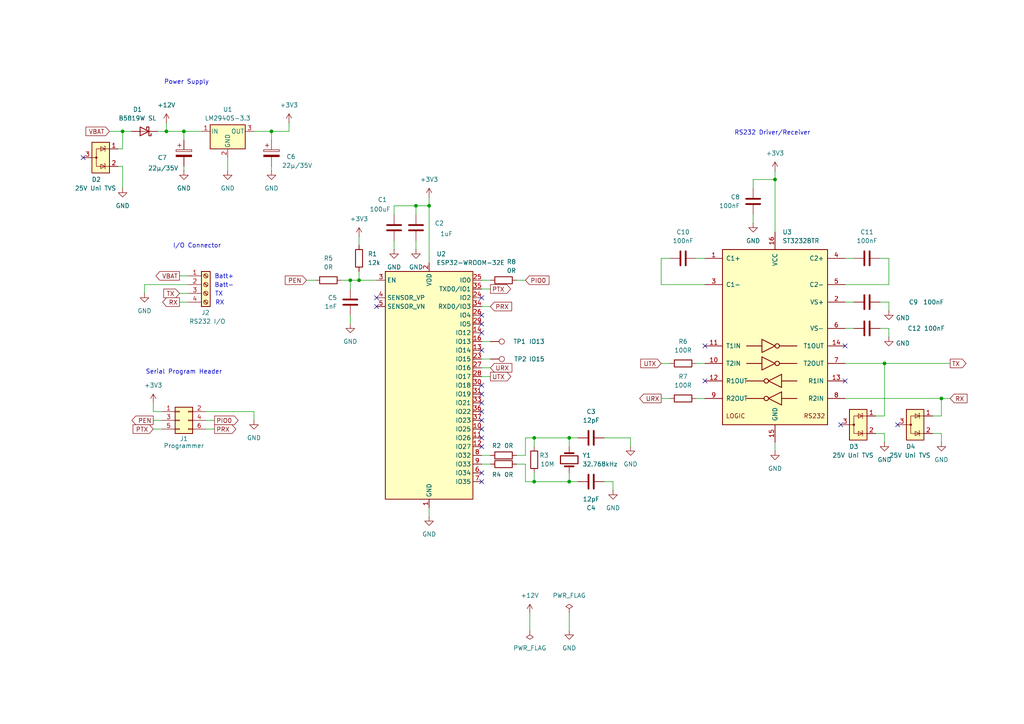
<source format=kicad_sch>
(kicad_sch (version 20250114) (generator "eeschema") (generator_version "9.0")
  (paper "A4")
  (title_block (title "BLEUART") (date "2025-08-22") (rev "v1.0") (company "6-v") (comment 1 "For Hyspec Hydraulics P/L"))
  (lib_symbols
    (symbol "Connector:Screw_Terminal_01x04" (pin_names (offset 1.016) (hide yes))
      (property "Reference" "J" (at 0 5.08 0))
      (property "Value" "Screw_Terminal_01x04" (at 0 -7.62 0))
      (symbol "Screw_Terminal_01x04_1_1"
        (rectangle (start -1.27 3.81) (end 1.27 -6.35) (stroke (width 0.254)) (fill (type background)))
        (polyline (pts (xy -0.5334 2.8702) (xy 0.3302 2.032)) (stroke (width 0.1524)))
        (polyline (pts (xy -0.5334 0.3302) (xy 0.3302 -0.508)) (stroke (width 0.1524)))
        (polyline (pts (xy -0.5334 -2.2098) (xy 0.3302 -3.048)) (stroke (width 0.1524)))
        (polyline (pts (xy -0.5334 -4.7498) (xy 0.3302 -5.588)) (stroke (width 0.1524)))
        (polyline (pts (xy -0.3556 3.048) (xy 0.508 2.2098)) (stroke (width 0.1524)))
        (polyline (pts (xy -0.3556 0.508) (xy 0.508 -0.3302)) (stroke (width 0.1524)))
        (polyline (pts (xy -0.3556 -2.032) (xy 0.508 -2.8702)) (stroke (width 0.1524)))
        (polyline (pts (xy -0.3556 -4.572) (xy 0.508 -5.4102)) (stroke (width 0.1524)))
        (circle (center 0 2.54) (radius 0.635) (stroke (width 0.1524)))
        (circle (center 0 0) (radius 0.635) (stroke (width 0.1524)))
        (circle (center 0 -2.54) (radius 0.635) (stroke (width 0.1524)))
        (circle (center 0 -5.08) (radius 0.635) (stroke (width 0.1524)))
        (pin passive line (at -5.08 2.54 0) (length 3.81) (name "Pin_1") (number "1"))
        (pin passive line (at -5.08 0 0) (length 3.81) (name "Pin_2") (number "2"))
        (pin passive line (at -5.08 -2.54 0) (length 3.81) (name "Pin_3") (number "3"))
        (pin passive line (at -5.08 -5.08 0) (length 3.81) (name "Pin_4") (number "4"))
      )
    )
    (symbol "Connector:TestPoint" (pin_numbers (hide yes)) (pin_names (offset 0.762) (hide yes))
      (property "Reference" "TP" (at 0 6.858 0))
      (property "Value" "TestPoint" (at 0 5.08 0))
      (symbol "TestPoint_0_1"
        (circle (center 0 3.302) (radius 0.762))
      )
      (symbol "TestPoint_1_1"
        (pin passive line (at 0 0 90) (length 2.54) (name "1") (number "1"))
      )
    )
    (symbol "Connector_Generic:Conn_02x03_Odd_Even" (pin_names (offset 1.016) (hide yes))
      (property "Reference" "J" (at 1.27 5.08 0))
      (property "Value" "Conn_02x03_Odd_Even" (at 1.27 -5.08 0))
      (symbol "Conn_02x03_Odd_Even_1_1"
        (rectangle (start -1.27 3.81) (end 3.81 -3.81) (stroke (width 0.254)) (fill (type background)))
        (rectangle (start -1.27 2.667) (end 0 2.413) (stroke (width 0.1524)))
        (rectangle (start -1.27 0.127) (end 0 -0.127) (stroke (width 0.1524)))
        (rectangle (start -1.27 -2.413) (end 0 -2.667) (stroke (width 0.1524)))
        (rectangle (start 3.81 2.667) (end 2.54 2.413) (stroke (width 0.1524)))
        (rectangle (start 3.81 0.127) (end 2.54 -0.127) (stroke (width 0.1524)))
        (rectangle (start 3.81 -2.413) (end 2.54 -2.667) (stroke (width 0.1524)))
        (pin passive line (at -5.08 2.54 0) (length 3.81) (name "Pin_1") (number "1"))
        (pin passive line (at -5.08 0 0) (length 3.81) (name "Pin_3") (number "3"))
        (pin passive line (at -5.08 -2.54 0) (length 3.81) (name "Pin_5") (number "5"))
        (pin passive line (at 7.62 2.54 180) (length 3.81) (name "Pin_2") (number "2"))
        (pin passive line (at 7.62 0 180) (length 3.81) (name "Pin_4") (number "4"))
        (pin passive line (at 7.62 -2.54 180) (length 3.81) (name "Pin_6") (number "6"))
      )
    )
    (symbol "Device:C" (pin_numbers (hide yes)) (pin_names (offset 0.254))
      (property "Reference" "C" (at 0.635 2.54 0))
      (property "Value" "C" (at 0.635 -2.54 0))
      (symbol "C_0_1"
        (polyline (pts (xy -2.032 0.762) (xy 2.032 0.762)) (stroke (width 0.508)))
        (polyline (pts (xy -2.032 -0.762) (xy 2.032 -0.762)) (stroke (width 0.508)))
      )
      (symbol "C_1_1"
        (pin passive line (at 0 3.81 270) (length 2.794) (name "~") (number "1"))
        (pin passive line (at 0 -3.81 90) (length 2.794) (name "~") (number "2"))
      )
    )
    (symbol "Device:C_Polarized" (pin_numbers (hide yes)) (pin_names (offset 0.254))
      (property "Reference" "C" (at 0.635 2.54 0))
      (property "Value" "C_Polarized" (at 0.635 -2.54 0))
      (symbol "C_Polarized_0_1"
        (rectangle (start -2.286 0.508) (end 2.286 1.016))
        (polyline (pts (xy -1.778 2.286) (xy -0.762 2.286)))
        (polyline (pts (xy -1.27 2.794) (xy -1.27 1.778)))
        (rectangle (start 2.286 -0.508) (end -2.286 -1.016) (fill (type outline)))
      )
      (symbol "C_Polarized_1_1"
        (pin passive line (at 0 3.81 270) (length 2.794) (name "~") (number "1"))
        (pin passive line (at 0 -3.81 90) (length 2.794) (name "~") (number "2"))
      )
    )
    (symbol "Device:Crystal" (pin_numbers (hide yes)) (pin_names (offset 1.016) (hide yes))
      (property "Reference" "Y" (at 0 3.81 0))
      (property "Value" "Crystal" (at 0 -3.81 0))
      (symbol "Crystal_0_1"
        (polyline (pts (xy -2.54 0) (xy -1.905 0)))
        (polyline (pts (xy -1.905 -1.27) (xy -1.905 1.27)) (stroke (width 0.508)))
        (rectangle (start -1.143 2.54) (end 1.143 -2.54) (stroke (width 0.3048)))
        (polyline (pts (xy 1.905 -1.27) (xy 1.905 1.27)) (stroke (width 0.508)))
        (polyline (pts (xy 2.54 0) (xy 1.905 0)))
      )
      (symbol "Crystal_1_1"
        (pin passive line (at -3.81 0 0) (length 1.27) (name "1") (number "1"))
        (pin passive line (at 3.81 0 180) (length 1.27) (name "2") (number "2"))
      )
    )
    (symbol "Device:D_Schottky" (pin_numbers (hide yes)) (pin_names (offset 1.016) (hide yes))
      (property "Reference" "D" (at 0 2.54 0))
      (property "Value" "D_Schottky" (at 0 -2.54 0))
      (symbol "D_Schottky_0_1"
        (polyline (pts (xy -1.905 0.635) (xy -1.905 1.27) (xy -1.27 1.27) (xy -1.27 -1.27) (xy -0.635 -1.27) (xy -0.635 -0.635)) (stroke (width 0.254)))
        (polyline (pts (xy 1.27 1.27) (xy 1.27 -1.27) (xy -1.27 0) (xy 1.27 1.27)) (stroke (width 0.254)))
        (polyline (pts (xy 1.27 0) (xy -1.27 0)))
      )
      (symbol "D_Schottky_1_1"
        (pin passive line (at -3.81 0 0) (length 2.54) (name "K") (number "1"))
        (pin passive line (at 3.81 0 180) (length 2.54) (name "A") (number "2"))
      )
    )
    (symbol "Device:R" (pin_numbers (hide yes)) (pin_names (offset 0))
      (property "Reference" "R" (at 2.032 0 90))
      (property "Value" "R" (at 0 0 90))
      (symbol "R_0_1"
        (rectangle (start -1.016 -2.54) (end 1.016 2.54) (stroke (width 0.254)))
      )
      (symbol "R_1_1"
        (pin passive line (at 0 3.81 270) (length 1.27) (name "~") (number "1"))
        (pin passive line (at 0 -3.81 90) (length 1.27) (name "~") (number "2"))
      )
    )
    (symbol "Interface_UART:MAX232" (pin_names (offset 1.016))
      (property "Reference" "U" (at -2.54 28.575 0))
      (property "Value" "MAX232" (at -2.54 26.67 0))
      (symbol "MAX232_0_0"
        (text "LOGIC" (at -11.43 -22.86 0) (effects (font (size 1.27 1.27))))
        (text "RS232" (at 11.43 -22.86 0) (effects (font (size 1.27 1.27))))
      )
      (symbol "MAX232_0_1"
        (rectangle (start -15.24 -25.4) (end 15.24 25.4) (stroke (width 0.254)) (fill (type background)))
        (polyline (pts (xy -3.81 -0.635) (xy -3.81 -4.445) (xy 0 -2.54) (xy -3.81 -0.635)) (stroke (width 0.254)))
        (polyline (pts (xy -3.81 -2.54) (xy -8.255 -2.54)) (stroke (width 0.254)))
        (polyline (pts (xy -3.81 -5.715) (xy -3.81 -9.525) (xy 0 -7.62) (xy -3.81 -5.715)) (stroke (width 0.254)))
        (polyline (pts (xy -3.81 -7.62) (xy -8.255 -7.62)) (stroke (width 0.254)))
        (polyline (pts (xy -3.175 -12.7) (xy -8.255 -12.7)) (stroke (width 0.254)))
        (polyline (pts (xy -3.175 -17.78) (xy -8.255 -17.78)) (stroke (width 0.254)))
        (circle (center -2.54 -12.7) (radius 0.635) (stroke (width 0.254)))
        (circle (center -2.54 -17.78) (radius 0.635) (stroke (width 0.254)))
        (circle (center 0.635 -2.54) (radius 0.635) (stroke (width 0.254)))
        (circle (center 0.635 -7.62) (radius 0.635) (stroke (width 0.254)))
        (polyline (pts (xy 1.27 -2.54) (xy 6.35 -2.54)) (stroke (width 0.254)))
        (polyline (pts (xy 1.27 -7.62) (xy 6.35 -7.62)) (stroke (width 0.254)))
        (polyline (pts (xy 1.905 -10.795) (xy 1.905 -14.605) (xy -1.905 -12.7) (xy 1.905 -10.795)) (stroke (width 0.254)))
        (polyline (pts (xy 1.905 -12.7) (xy 6.35 -12.7)) (stroke (width 0.254)))
        (polyline (pts (xy 1.905 -15.875) (xy 1.905 -19.685) (xy -1.905 -17.78) (xy 1.905 -15.875)) (stroke (width 0.254)))
        (polyline (pts (xy 1.905 -17.78) (xy 6.35 -17.78)) (stroke (width 0.254)))
      )
      (symbol "MAX232_1_1"
        (pin passive line (at -20.32 22.86 0) (length 5.08) (name "C1+") (number "1"))
        (pin passive line (at -20.32 15.24 0) (length 5.08) (name "C1-") (number "3"))
        (pin input line (at -20.32 -2.54 0) (length 5.08) (name "T1IN") (number "11"))
        (pin input line (at -20.32 -7.62 0) (length 5.08) (name "T2IN") (number "10"))
        (pin output line (at -20.32 -12.7 0) (length 5.08) (name "R1OUT") (number "12"))
        (pin output line (at -20.32 -17.78 0) (length 5.08) (name "R2OUT") (number "9"))
        (pin power_in line (at 0 30.48 270) (length 5.08) (name "VCC") (number "16"))
        (pin power_in line (at 0 -30.48 90) (length 5.08) (name "GND") (number "15"))
        (pin passive line (at 20.32 22.86 180) (length 5.08) (name "C2+") (number "4"))
        (pin passive line (at 20.32 15.24 180) (length 5.08) (name "C2-") (number "5"))
        (pin power_out line (at 20.32 10.16 180) (length 5.08) (name "VS+") (number "2"))
        (pin power_out line (at 20.32 2.54 180) (length 5.08) (name "VS-") (number "6"))
        (pin output line (at 20.32 -2.54 180) (length 5.08) (name "T1OUT") (number "14"))
        (pin output line (at 20.32 -7.62 180) (length 5.08) (name "T2OUT") (number "7"))
        (pin input line (at 20.32 -12.7 180) (length 5.08) (name "R1IN") (number "13"))
        (pin input line (at 20.32 -17.78 180) (length 5.08) (name "R2IN") (number "8"))
      )
    )
    (symbol "Power_Protection:SP0502BAHT" (pin_names (hide yes))
      (property "Reference" "D" (at 5.715 2.54 0))
      (property "Value" "SP0502BAHT" (at 5.715 0.635 0))
      (symbol "SP0502BAHT_0_0"
        (pin passive line (at 0 -5.08 90) (length 2.54) (name "A") (number "3"))
      )
      (symbol "SP0502BAHT_0_1"
        (rectangle (start -4.445 2.54) (end 4.445 -2.54) (stroke (width 0.254)) (fill (type background)))
        (polyline (pts (xy -3.302 1.016) (xy -3.302 1.27) (xy -1.905 1.27) (xy -1.778 1.27)))
        (polyline (pts (xy -2.54 2.54) (xy -2.54 1.27)))
        (polyline (pts (xy -2.54 1.27) (xy -2.54 -1.27) (xy 2.54 -1.27) (xy 2.54 1.27)))
        (polyline (pts (xy -2.54 1.27) (xy -1.905 0) (xy -3.175 0) (xy -2.54 1.27)))
        (polyline (pts (xy 0 -1.27) (xy 0 -2.54)))
        (circle (center 0 -1.27) (radius 0.254) (fill (type outline)))
        (polyline (pts (xy 1.778 1.016) (xy 1.778 1.27) (xy 3.175 1.27) (xy 3.302 1.27)))
        (polyline (pts (xy 2.54 2.54) (xy 2.54 1.27)))
        (polyline (pts (xy 2.54 1.27) (xy 1.905 0) (xy 3.175 0) (xy 2.54 1.27)))
      )
      (symbol "SP0502BAHT_1_1"
        (pin passive line (at -2.54 5.08 270) (length 2.54) (name "K") (number "1"))
        (pin passive line (at 2.54 5.08 270) (length 2.54) (name "K") (number "2"))
      )
    )
    (symbol "RF_Module:ESP32-WROOM-32E"
      (property "Reference" "U" (at -12.7 34.29 0))
      (property "Value" "ESP32-WROOM-32E" (at 1.27 34.29 0))
      (symbol "ESP32-WROOM-32E_0_1"
        (rectangle (start -12.7 33.02) (end 12.7 -33.02) (stroke (width 0.254)) (fill (type background)))
      )
      (symbol "ESP32-WROOM-32E_1_1"
        (pin input line (at -15.24 30.48 0) (length 2.54) (name "EN") (number "3"))
        (pin input line (at -15.24 25.4 0) (length 2.54) (name "SENSOR_VP") (number "4"))
        (pin input line (at -15.24 22.86 0) (length 2.54) (name "SENSOR_VN") (number "5"))
        (pin no_connect line (at -12.7 0 0) (length 2.54) (hide yes) (name "NC") (number "21"))
        (pin no_connect line (at -12.7 -2.54 0) (length 2.54) (hide yes) (name "NC") (number "22"))
        (pin no_connect line (at -12.7 -5.08 0) (length 2.54) (hide yes) (name "NC") (number "17"))
        (pin no_connect line (at -12.7 -7.62 0) (length 2.54) (hide yes) (name "NC") (number "18"))
        (pin no_connect line (at -12.7 -10.16 0) (length 2.54) (hide yes) (name "NC") (number "20"))
        (pin no_connect line (at -12.7 -12.7 0) (length 2.54) (hide yes) (name "NC") (number "19"))
        (pin no_connect line (at -12.7 -27.94 0) (length 2.54) (hide yes) (name "NC") (number "32"))
        (pin power_in line (at 0 35.56 270) (length 2.54) (name "VDD") (number "2"))
        (pin power_in line (at 0 -35.56 90) (length 2.54) (name "GND") (number "1"))
        (pin passive line (at 0 -35.56 90) (length 2.54) (hide yes) (name "GND") (number "15"))
        (pin passive line (at 0 -35.56 90) (length 2.54) (hide yes) (name "GND") (number "38"))
        (pin passive line (at 0 -35.56 90) (length 2.54) (hide yes) (name "GND") (number "39"))
        (pin bidirectional line (at 15.24 30.48 180) (length 2.54) (name "IO0") (number "25"))
        (pin bidirectional line (at 15.24 27.94 180) (length 2.54) (name "TXD0/IO1") (number "35"))
        (pin bidirectional line (at 15.24 25.4 180) (length 2.54) (name "IO2") (number "24"))
        (pin bidirectional line (at 15.24 22.86 180) (length 2.54) (name "RXD0/IO3") (number "34"))
        (pin bidirectional line (at 15.24 20.32 180) (length 2.54) (name "IO4") (number "26"))
        (pin bidirectional line (at 15.24 17.78 180) (length 2.54) (name "IO5") (number "29"))
        (pin bidirectional line (at 15.24 15.24 180) (length 2.54) (name "IO12") (number "14"))
        (pin bidirectional line (at 15.24 12.7 180) (length 2.54) (name "IO13") (number "16"))
        (pin bidirectional line (at 15.24 10.16 180) (length 2.54) (name "IO14") (number "13"))
        (pin bidirectional line (at 15.24 7.62 180) (length 2.54) (name "IO15") (number "23"))
        (pin bidirectional line (at 15.24 5.08 180) (length 2.54) (name "IO16") (number "27"))
        (pin bidirectional line (at 15.24 2.54 180) (length 2.54) (name "IO17") (number "28"))
        (pin bidirectional line (at 15.24 0 180) (length 2.54) (name "IO18") (number "30"))
        (pin bidirectional line (at 15.24 -2.54 180) (length 2.54) (name "IO19") (number "31"))
        (pin bidirectional line (at 15.24 -5.08 180) (length 2.54) (name "IO21") (number "33"))
        (pin bidirectional line (at 15.24 -7.62 180) (length 2.54) (name "IO22") (number "36"))
        (pin bidirectional line (at 15.24 -10.16 180) (length 2.54) (name "IO23") (number "37"))
        (pin bidirectional line (at 15.24 -12.7 180) (length 2.54) (name "IO25") (number "10"))
        (pin bidirectional line (at 15.24 -15.24 180) (length 2.54) (name "IO26") (number "11"))
        (pin bidirectional line (at 15.24 -17.78 180) (length 2.54) (name "IO27") (number "12"))
        (pin bidirectional line (at 15.24 -20.32 180) (length 2.54) (name "IO32") (number "8"))
        (pin bidirectional line (at 15.24 -22.86 180) (length 2.54) (name "IO33") (number "9"))
        (pin input line (at 15.24 -25.4 180) (length 2.54) (name "IO34") (number "6"))
        (pin input line (at 15.24 -27.94 180) (length 2.54) (name "IO35") (number "7"))
      )
    )
    (symbol "Regulator_Linear:L7805" (pin_names (offset 0.254))
      (property "Reference" "U" (at -3.81 3.175 0))
      (property "Value" "L7805" (at 0 3.175 0))
      (symbol "L7805_0_1"
        (rectangle (start -5.08 1.905) (end 5.08 -5.08) (stroke (width 0.254)) (fill (type background)))
      )
      (symbol "L7805_1_1"
        (pin power_in line (at -7.62 0 0) (length 2.54) (name "IN") (number "1"))
        (pin power_in line (at 0 -7.62 90) (length 2.54) (name "GND") (number "2"))
        (pin power_out line (at 7.62 0 180) (length 2.54) (name "OUT") (number "3"))
      )
    )
    (symbol "power:+12V" (power) (pin_numbers (hide yes)) (pin_names (offset 0) (hide yes))
      (property "Value" "+12V" (at 0 3.556 0))
      (symbol "+12V_0_1"
        (polyline (pts (xy -0.762 1.27) (xy 0 2.54)))
        (polyline (pts (xy 0 2.54) (xy 0.762 1.27)))
        (polyline (pts (xy 0 0) (xy 0 2.54)))
      )
      (symbol "+12V_1_1"
        (pin power_in line (at 0 0 90) (length 0) (name "~") (number "1"))
      )
    )
    (symbol "power:+3V3" (power) (pin_numbers (hide yes)) (pin_names (offset 0) (hide yes))
      (property "Value" "+3V3" (at 0 3.556 0))
      (symbol "+3V3_0_1"
        (polyline (pts (xy -0.762 1.27) (xy 0 2.54)))
        (polyline (pts (xy 0 2.54) (xy 0.762 1.27)))
        (polyline (pts (xy 0 0) (xy 0 2.54)))
      )
      (symbol "+3V3_1_1"
        (pin power_in line (at 0 0 90) (length 0) (name "~") (number "1"))
      )
    )
    (symbol "power:GND" (power) (pin_numbers (hide yes)) (pin_names (offset 0) (hide yes))
      (property "Value" "GND" (at 0 -3.81 0))
      (symbol "GND_0_1"
        (polyline (pts (xy 0 0) (xy 0 -1.27) (xy 1.27 -1.27) (xy 0 -2.54) (xy -1.27 -1.27) (xy 0 -1.27)))
      )
      (symbol "GND_1_1"
        (pin power_in line (at 0 0 270) (length 0) (name "~") (number "1"))
      )
    )
    (symbol "power:PWR_FLAG" (power) (pin_numbers (hide yes)) (pin_names (offset 0) (hide yes))
      (property "Value" "PWR_FLAG" (at 0 3.81 0))
      (symbol "PWR_FLAG_0_0"
        (pin power_out line (at 0 0 90) (length 0) (name "~") (number "1"))
      )
      (symbol "PWR_FLAG_0_1"
        (polyline (pts (xy 0 0) (xy 0 1.27) (xy -1.016 1.905) (xy 0 2.54) (xy 1.016 1.905) (xy 0 1.27)))
      )
    )
  )
  (text "Batt+" (at 65.024 80.264 0) (effects (font (size 1.27 1.27))))
  (text "RS232 Driver/Receiver" (at 224.028 38.608 0) (effects (font (size 1.27 1.27))))
  (text "Power Supply" (at 54.102 23.876 0) (effects (font (size 1.27 1.27))))
  (text "TX" (at 63.5 85.344 0) (effects (font (size 1.27 1.27))))
  (text "Batt-" (at 65.024 82.804 0) (effects (font (size 1.27 1.27))))
  (text "I/O Connector" (at 57.15 71.374 0) (effects (font (size 1.27 1.27))))
  (text "RX" (at 63.754 87.884 0) (effects (font (size 1.27 1.27))))
  (text "Serial Program Header" (at 53.34 107.95 0) (effects (font (size 1.27 1.27))))
  (junction (at 48.26 38.1))
  (junction (at 256.54 105.41))
  (junction (at 35.56 38.1))
  (junction (at 101.6 81.28))
  (junction (at 273.05 115.57))
  (junction (at 78.74 38.1))
  (junction (at 165.1 127))
  (junction (at 224.79 52.07))
  (junction (at 154.94 127))
  (junction (at 104.14 81.28))
  (junction (at 124.46 59.69))
  (junction (at 120.65 59.69))
  (junction (at 53.34 38.1))
  (junction (at 165.1 139.7))
  (junction (at 154.94 139.7))
  (no_connect (at 204.47 100.33))
  (no_connect (at 139.7 137.16))
  (no_connect (at 245.11 100.33))
  (no_connect (at 260.35 123.19))
  (no_connect (at 139.7 121.92))
  (no_connect (at 139.7 129.54))
  (no_connect (at 109.22 88.9))
  (no_connect (at 109.22 86.36))
  (no_connect (at 24.13 45.72))
  (no_connect (at 243.84 123.19))
  (no_connect (at 139.7 124.46))
  (no_connect (at 139.7 111.76))
  (no_connect (at 139.7 116.84))
  (no_connect (at 139.7 86.36))
  (no_connect (at 139.7 114.3))
  (no_connect (at 139.7 93.98))
  (no_connect (at 245.11 110.49))
  (no_connect (at 139.7 127))
  (no_connect (at 139.7 101.6))
  (no_connect (at 139.7 119.38))
  (no_connect (at 204.47 110.49))
  (no_connect (at 139.7 91.44))
  (no_connect (at 139.7 139.7))
  (no_connect (at 139.7 96.52))
  (wire (pts (xy 101.6 91.44) (xy 101.6 93.98)))
  (wire (pts (xy 59.69 124.46) (xy 62.23 124.46)))
  (wire (pts (xy 114.3 69.85) (xy 114.3 72.39)))
  (wire (pts (xy 34.29 48.26) (xy 35.56 48.26)))
  (wire (pts (xy 48.26 35.56) (xy 48.26 38.1)))
  (wire (pts (xy 167.64 139.7) (xy 165.1 139.7)))
  (wire (pts (xy 124.46 57.15) (xy 124.46 59.69)))
  (wire (pts (xy 165.1 177.8) (xy 165.1 182.88)))
  (wire (pts (xy 54.61 82.55) (xy 41.91 82.55)))
  (wire (pts (xy 165.1 127) (xy 165.1 129.54)))
  (wire (pts (xy 154.94 139.7) (xy 165.1 139.7)))
  (wire (pts (xy 255.27 95.25) (xy 257.81 95.25)))
  (wire (pts (xy 273.05 120.65) (xy 273.05 115.57)))
  (wire (pts (xy 257.81 87.63) (xy 257.81 90.17)))
  (wire (pts (xy 124.46 147.32) (xy 124.46 149.86)))
  (wire (pts (xy 83.82 38.1) (xy 78.74 38.1)))
  (wire (pts (xy 120.65 62.23) (xy 120.65 59.69)))
  (wire (pts (xy 139.7 83.82) (xy 142.24 83.82)))
  (wire (pts (xy 270.51 125.73) (xy 273.05 125.73)))
  (wire (pts (xy 53.34 38.1) (xy 53.34 40.64)))
  (wire (pts (xy 35.56 43.18) (xy 34.29 43.18)))
  (wire (pts (xy 31.75 38.1) (xy 35.56 38.1)))
  (wire (pts (xy 254 120.65) (xy 256.54 120.65)))
  (wire (pts (xy 167.64 127) (xy 165.1 127)))
  (wire (pts (xy 52.07 85.09) (xy 54.61 85.09)))
  (wire (pts (xy 149.86 81.28) (xy 152.4 81.28)))
  (wire (pts (xy 224.79 52.07) (xy 224.79 67.31)))
  (wire (pts (xy 139.7 106.68) (xy 142.24 106.68)))
  (wire (pts (xy 139.7 104.14) (xy 142.24 104.14)))
  (wire (pts (xy 256.54 120.65) (xy 256.54 105.41)))
  (wire (pts (xy 48.26 38.1) (xy 53.34 38.1)))
  (wire (pts (xy 139.7 88.9) (xy 142.24 88.9)))
  (wire (pts (xy 149.86 132.08) (xy 152.4 132.08)))
  (wire (pts (xy 101.6 83.82) (xy 101.6 81.28)))
  (wire (pts (xy 245.11 87.63) (xy 247.65 87.63)))
  (wire (pts (xy 191.77 115.57) (xy 194.31 115.57)))
  (wire (pts (xy 78.74 38.1) (xy 78.74 40.64)))
  (wire (pts (xy 256.54 125.73) (xy 256.54 128.27)))
  (wire (pts (xy 270.51 120.65) (xy 273.05 120.65)))
  (wire (pts (xy 149.86 134.62) (xy 152.4 134.62)))
  (wire (pts (xy 120.65 69.85) (xy 120.65 72.39)))
  (wire (pts (xy 152.4 139.7) (xy 154.94 139.7)))
  (wire (pts (xy 120.65 59.69) (xy 124.46 59.69)))
  (wire (pts (xy 191.77 105.41) (xy 194.31 105.41)))
  (wire (pts (xy 101.6 81.28) (xy 104.14 81.28)))
  (wire (pts (xy 78.74 48.26) (xy 78.74 49.53)))
  (wire (pts (xy 165.1 139.7) (xy 165.1 137.16)))
  (wire (pts (xy 35.56 38.1) (xy 35.56 43.18)))
  (wire (pts (xy 257.81 74.93) (xy 257.81 82.55)))
  (wire (pts (xy 218.44 62.23) (xy 218.44 64.77)))
  (wire (pts (xy 245.11 95.25) (xy 247.65 95.25)))
  (wire (pts (xy 139.7 99.06) (xy 142.24 99.06)))
  (wire (pts (xy 152.4 127) (xy 154.94 127)))
  (wire (pts (xy 53.34 48.26) (xy 53.34 49.53)))
  (wire (pts (xy 245.11 74.93) (xy 247.65 74.93)))
  (wire (pts (xy 66.04 45.72) (xy 66.04 49.53)))
  (wire (pts (xy 152.4 132.08) (xy 152.4 127)))
  (wire (pts (xy 114.3 59.69) (xy 120.65 59.69)))
  (wire (pts (xy 218.44 54.61) (xy 218.44 52.07)))
  (wire (pts (xy 83.82 35.56) (xy 83.82 38.1)))
  (wire (pts (xy 194.31 74.93) (xy 191.77 74.93)))
  (wire (pts (xy 139.7 132.08) (xy 142.24 132.08)))
  (wire (pts (xy 52.07 80.01) (xy 54.61 80.01)))
  (wire (pts (xy 224.79 128.27) (xy 224.79 130.81)))
  (wire (pts (xy 191.77 74.93) (xy 191.77 82.55)))
  (wire (pts (xy 52.07 87.63) (xy 54.61 87.63)))
  (wire (pts (xy 154.94 127) (xy 165.1 127)))
  (wire (pts (xy 38.1 38.1) (xy 35.56 38.1)))
  (wire (pts (xy 73.66 38.1) (xy 78.74 38.1)))
  (wire (pts (xy 273.05 115.57) (xy 275.59 115.57)))
  (wire (pts (xy 153.67 177.8) (xy 153.67 182.88)))
  (wire (pts (xy 218.44 52.07) (xy 224.79 52.07)))
  (wire (pts (xy 257.81 82.55) (xy 245.11 82.55)))
  (wire (pts (xy 139.7 109.22) (xy 142.24 109.22)))
  (wire (pts (xy 109.22 81.28) (xy 104.14 81.28)))
  (wire (pts (xy 44.45 121.92) (xy 46.99 121.92)))
  (wire (pts (xy 124.46 59.69) (xy 124.46 76.2)))
  (wire (pts (xy 139.7 134.62) (xy 142.24 134.62)))
  (wire (pts (xy 59.69 119.38) (xy 73.66 119.38)))
  (wire (pts (xy 46.99 119.38) (xy 44.45 119.38)))
  (wire (pts (xy 45.72 38.1) (xy 48.26 38.1)))
  (wire (pts (xy 99.06 81.28) (xy 101.6 81.28)))
  (wire (pts (xy 59.69 121.92) (xy 62.23 121.92)))
  (wire (pts (xy 152.4 134.62) (xy 152.4 139.7)))
  (wire (pts (xy 256.54 105.41) (xy 275.59 105.41)))
  (wire (pts (xy 201.93 74.93) (xy 204.47 74.93)))
  (wire (pts (xy 114.3 62.23) (xy 114.3 59.69)))
  (wire (pts (xy 255.27 74.93) (xy 257.81 74.93)))
  (wire (pts (xy 139.7 81.28) (xy 142.24 81.28)))
  (wire (pts (xy 201.93 105.41) (xy 204.47 105.41)))
  (wire (pts (xy 44.45 119.38) (xy 44.45 116.84)))
  (wire (pts (xy 41.91 82.55) (xy 41.91 85.09)))
  (wire (pts (xy 154.94 129.54) (xy 154.94 127)))
  (wire (pts (xy 175.26 139.7) (xy 177.8 139.7)))
  (wire (pts (xy 257.81 95.25) (xy 257.81 97.79)))
  (wire (pts (xy 44.45 124.46) (xy 46.99 124.46)))
  (wire (pts (xy 177.8 139.7) (xy 177.8 142.24)))
  (wire (pts (xy 255.27 87.63) (xy 257.81 87.63)))
  (wire (pts (xy 245.11 105.41) (xy 256.54 105.41)))
  (wire (pts (xy 104.14 68.58) (xy 104.14 71.12)))
  (wire (pts (xy 58.42 38.1) (xy 53.34 38.1)))
  (wire (pts (xy 191.77 82.55) (xy 204.47 82.55)))
  (wire (pts (xy 154.94 137.16) (xy 154.94 139.7)))
  (wire (pts (xy 254 125.73) (xy 256.54 125.73)))
  (wire (pts (xy 73.66 119.38) (xy 73.66 121.92)))
  (wire (pts (xy 224.79 49.53) (xy 224.79 52.07)))
  (wire (pts (xy 201.93 115.57) (xy 204.47 115.57)))
  (wire (pts (xy 182.88 127) (xy 182.88 129.54)))
  (wire (pts (xy 104.14 81.28) (xy 104.14 78.74)))
  (wire (pts (xy 175.26 127) (xy 182.88 127)))
  (wire (pts (xy 88.9 81.28) (xy 91.44 81.28)))
  (wire (pts (xy 273.05 125.73) (xy 273.05 128.27)))
  (wire (pts (xy 35.56 48.26) (xy 35.56 54.61)))
  (wire (pts (xy 245.11 115.57) (xy 273.05 115.57)))
  (global_label "UTX" (shape output) (at 142.24 109.22 0) (property "Intersheetrefs" "${INTERSHEET_REFS}" (effects (hide yes))))
  (global_label "TX" (shape input) (at 52.07 85.09 180) (property "Intersheetrefs" "${INTERSHEET_REFS}" (effects (hide yes))))
  (global_label "PIO0" (shape input) (at 152.4 81.28 0) (property "Intersheetrefs" "${INTERSHEET_REFS}" (effects (hide yes))))
  (global_label "PIO0" (shape output) (at 62.23 121.92 0) (property "Intersheetrefs" "${INTERSHEET_REFS}" (effects (hide yes))))
  (global_label "URX" (shape input) (at 142.24 106.68 0) (property "Intersheetrefs" "${INTERSHEET_REFS}" (effects (hide yes))))
  (global_label "PTX" (shape input) (at 44.45 124.46 180) (property "Intersheetrefs" "${INTERSHEET_REFS}" (effects (hide yes))))
  (global_label "PTX" (shape output) (at 142.24 83.82 0) (property "Intersheetrefs" "${INTERSHEET_REFS}" (effects (hide yes))))
  (global_label "PEN" (shape input) (at 88.9 81.28 180) (property "Intersheetrefs" "${INTERSHEET_REFS}" (effects (hide yes))))
  (global_label "TX" (shape output) (at 275.59 105.41 0) (property "Intersheetrefs" "${INTERSHEET_REFS}" (effects (hide yes))))
  (global_label "PRX" (shape input) (at 142.24 88.9 0) (property "Intersheetrefs" "${INTERSHEET_REFS}" (effects (hide yes))))
  (global_label "VBAT" (shape input) (at 31.75 38.1 180) (property "Intersheetrefs" "${INTERSHEET_REFS}" (effects (hide yes))))
  (global_label "UTX" (shape input) (at 191.77 105.41 180) (property "Intersheetrefs" "${INTERSHEET_REFS}" (effects (hide yes))))
  (global_label "VBAT" (shape output) (at 52.07 80.01 180) (property "Intersheetrefs" "${INTERSHEET_REFS}" (effects (hide yes))))
  (global_label "RX" (shape output) (at 52.07 87.63 180) (property "Intersheetrefs" "${INTERSHEET_REFS}" (effects (hide yes))))
  (global_label "URX" (shape output) (at 191.77 115.57 180) (property "Intersheetrefs" "${INTERSHEET_REFS}" (effects (hide yes))))
  (global_label "PRX" (shape output) (at 62.23 124.46 0) (property "Intersheetrefs" "${INTERSHEET_REFS}" (effects (hide yes))))
  (global_label "RX" (shape input) (at 275.59 115.57 0) (property "Intersheetrefs" "${INTERSHEET_REFS}" (effects (hide yes))))
  (global_label "PEN" (shape output) (at 44.45 121.92 180) (property "Intersheetrefs" "${INTERSHEET_REFS}" (effects (hide yes))))
  (symbol (lib_id "power:GND") (at 66.04 49.53 0) (unit 1)
    (property "Reference" "#PWR06" (effects (hide yes)))
    (property "Value" "GND" (at 66.04 54.61 0))
    (property "Description" "Power symbol creates a global label with name \"GND\" , ground" (effects (hide yes)))
  )
  (symbol (lib_id "power:+3V3") (at 83.82 35.56 0) (unit 1)
    (property "Reference" "#PWR09" (effects (hide yes)))
    (property "Value" "+3V3" (at 83.82 30.48 0))
    (property "Description" "Power symbol creates a global label with name \"+3V3\"" (effects (hide yes)))
  )
  (symbol (lib_id "Device:R") (at 104.14 74.93 180) (unit 1)
    (property "Reference" "R1" (at 106.68 73.6599 0) (effects (justify right)))
    (property "Value" "12k" (at 106.68 76.1999 0) (effects (justify right)))
    (property "Footprint" "Resistor_SMD:R_0603_1608Metric" (effects (hide yes)))
    (property "Description" "0603WAF1202T5E" (effects (hide yes)))
    (property "LCSC" "C22790" (effects (hide yes)))
  )
  (symbol (lib_id "power:GND") (at 256.54 128.27 0) (unit 1)
    (property "Reference" "#PWR023" (effects (hide yes)))
    (property "Value" "GND" (at 256.54 133.35 0))
    (property "Description" "Power symbol creates a global label with name \"GND\" , ground" (effects (hide yes)))
  )
  (symbol (lib_id "Device:Crystal") (at 165.1 133.35 90) (unit 1)
    (property "Reference" "Y1" (at 168.91 132.0799 90) (effects (justify right)))
    (property "Value" "32.768kHz" (at 168.91 134.6199 90) (effects (justify right)))
    (property "Footprint" "Crystal:Crystal_SMD_MicroCrystal_CC7V-T1A-2Pin_3.2x1.5mm" (effects (hide yes)))
    (property "Description" "Q13FC13500004" (effects (hide yes)))
    (property "LCSC" "C32346" (effects (hide yes)))
  )
  (symbol (lib_id "Power_Protection:SP0502BAHT") (at 248.92 123.19 270) (unit 1)
    (property "Reference" "D3" (at 247.65 129.54 90))
    (property "Value" "25V Uni TVS" (at 247.396 132.08 90))
    (property "Footprint" "Package_TO_SOT_SMD:SOT-23" (effects (hide yes)))
    (property "Description" "ESDA25L" (effects (hide yes)))
    (property "LCSC" "C95343" (effects (hide yes)))
  )
  (symbol (lib_id "power:GND") (at 273.05 128.27 0) (unit 1)
    (property "Reference" "#PWR026" (effects (hide yes)))
    (property "Value" "GND" (at 273.05 133.35 0))
    (property "Description" "Power symbol creates a global label with name \"GND\" , ground" (effects (hide yes)))
  )
  (symbol (lib_id "power:GND") (at 182.88 129.54 0) (unit 1)
    (property "Reference" "#PWR019" (effects (hide yes)))
    (property "Value" "GND" (at 182.88 134.62 0))
    (property "Description" "Power symbol creates a global label with name \"GND\" , ground" (effects (hide yes)))
  )
  (symbol (lib_id "Device:D_Schottky") (at 41.91 38.1 180) (unit 1)
    (property "Reference" "D1" (at 39.878 31.75 0))
    (property "Value" "B5819W SL" (at 39.878 34.29 0))
    (property "Footprint" "Diode_SMD:D_SOD-123" (effects (hide yes)))
    (property "Description" "B5819W SL" (effects (hide yes)))
    (property "LCSC" "C8598" (effects (hide yes)))
  )
  (symbol (lib_id "Device:C") (at 114.3 66.04 0) (mirror y) (unit 1)
    (property "Reference" "C1" (at 112.268 57.912 0) (effects (justify left)))
    (property "Value" "100uF" (at 113.284 60.706 0) (effects (justify left)))
    (property "Footprint" "Capacitor_SMD:C_1206_3216Metric" (effects (hide yes)))
    (property "Description" "CL31A107MQHNNNE" (effects (hide yes)))
    (property "LCSC" "C15008" (effects (hide yes)))
  )
  (symbol (lib_id "Device:C") (at 120.65 66.04 0) (mirror y) (unit 1)
    (property "Reference" "C2" (at 128.778 64.77 0) (effects (justify left)))
    (property "Value" "1uF" (at 131.318 67.818 0) (effects (justify left)))
    (property "Footprint" "Capacitor_SMD:C_0603_1608Metric" (effects (hide yes)))
    (property "Description" "CL10A105KB8NNNC" (effects (hide yes)))
    (property "LCSC" "C15849" (effects (hide yes)))
  )
  (symbol (lib_id "Device:C") (at 198.12 74.93 90) (unit 1)
    (property "Reference" "C10" (at 198.12 67.31 90))
    (property "Value" "100nF" (at 198.12 69.85 90))
    (property "Footprint" "Capacitor_SMD:C_0603_1608Metric" (effects (hide yes)))
    (property "Description" "CC0603KRX7R9BB104" (effects (hide yes)))
    (property "LCSC" "C14663" (effects (hide yes)))
  )
  (symbol (lib_id "Device:R") (at 146.05 132.08 90) (unit 1)
    (property "Reference" "R2" (at 144.018 129.286 90))
    (property "Value" "0R" (at 147.574 129.286 90))
    (property "Footprint" "Resistor_SMD:R_0603_1608Metric" (effects (hide yes)))
    (property "Description" "RC0603JR-070RL" (effects (hide yes)))
    (property "LCSC" "C95177" (effects (hide yes)))
  )
  (symbol (lib_id "Device:C") (at 251.46 74.93 90) (unit 1)
    (property "Reference" "C11" (at 251.46 67.31 90))
    (property "Value" "100nF" (at 251.46 69.85 90))
    (property "Footprint" "Capacitor_SMD:C_0603_1608Metric" (effects (hide yes)))
    (property "Description" "CC0603KRX7R9BB104" (effects (hide yes)))
    (property "LCSC" "C14663" (effects (hide yes)))
  )
  (symbol (lib_id "Device:C") (at 218.44 58.42 0) (mirror y) (unit 1)
    (property "Reference" "C8" (at 214.63 57.1499 0) (effects (justify left)))
    (property "Value" "100nF" (at 214.63 59.6899 0) (effects (justify left)))
    (property "Footprint" "Capacitor_SMD:C_0603_1608Metric" (effects (hide yes)))
    (property "Description" "CC0603KRX7R9BB104" (effects (hide yes)))
    (property "LCSC" "C14663" (effects (hide yes)))
  )
  (symbol (lib_id "Device:R") (at 154.94 133.35 180) (unit 1)
    (property "Reference" "R3" (at 156.464 132.08 0) (effects (justify right)))
    (property "Value" "10M" (at 156.718 134.62 0) (effects (justify right)))
    (property "Footprint" "Resistor_SMD:R_0603_1608Metric" (effects (hide yes)))
    (property "Description" "0603WAF1005T5E" (effects (hide yes)))
    (property "LCSC" "C7250" (effects (hide yes)))
  )
  (symbol (lib_id "power:GND") (at 41.91 85.09 0) (unit 1)
    (property "Reference" "#PWR02" (effects (hide yes)))
    (property "Value" "GND" (at 41.91 90.17 0))
    (property "Description" "Power symbol creates a global label with name \"GND\" , ground" (effects (hide yes)))
  )
  (symbol (lib_id "Connector_Generic:Conn_02x03_Odd_Even") (at 52.07 121.92 0) (unit 1) (in_bom no)
    (property "Reference" "J1" (at 53.34 127.254 0))
    (property "Value" "Programmer" (at 53.34 129.286 0))
    (property "Footprint" "Connector_PinHeader_2.54mm:PinHeader_2x03_P2.54mm_Vertical" (effects (hide yes)))
  )
  (symbol (lib_id "power:+12V") (at 48.26 35.56 0) (unit 1)
    (property "Reference" "#PWR04" (effects (hide yes)))
    (property "Value" "+12V" (at 48.26 30.48 0))
    (property "Description" "Power symbol creates a global label with name \"+12V\"" (effects (hide yes)))
  )
  (symbol (lib_id "power:GND") (at 114.3 72.39 0) (unit 1)
    (property "Reference" "#PWR012" (effects (hide yes)))
    (property "Value" "GND" (at 114.3 77.47 0))
    (property "Description" "Power symbol creates a global label with name \"GND\" , ground" (effects (hide yes)))
  )
  (symbol (lib_id "power:+3V3") (at 124.46 57.15 0) (unit 1)
    (property "Reference" "#PWR014" (effects (hide yes)))
    (property "Value" "+3V3" (at 124.46 52.07 0))
    (property "Description" "Power symbol creates a global label with name \"+3V3\"" (effects (hide yes)))
  )
  (symbol (lib_id "power:+3V3") (at 224.79 49.53 0) (unit 1)
    (property "Reference" "#PWR021" (effects (hide yes)))
    (property "Value" "+3V3" (at 224.79 44.45 0))
    (property "Description" "Power symbol creates a global label with name \"+3V3\"" (effects (hide yes)))
  )
  (symbol (lib_id "power:GND") (at 257.81 90.17 0) (unit 1)
    (property "Reference" "#PWR024" (effects (hide yes)))
    (property "Value" "GND" (at 261.874 92.202 0))
    (property "Description" "Power symbol creates a global label with name \"GND\" , ground" (effects (hide yes)))
  )
  (symbol (lib_id "Device:R") (at 146.05 134.62 90) (unit 1)
    (property "Reference" "R4" (at 144.018 137.668 90))
    (property "Value" "0R" (at 147.574 137.668 90))
    (property "Footprint" "Resistor_SMD:R_0603_1608Metric" (effects (hide yes)))
    (property "Description" "RC0603JR-070RL" (effects (hide yes)))
    (property "LCSC" "C95177" (effects (hide yes)))
  )
  (symbol (lib_id "Device:C") (at 251.46 95.25 90) (unit 1)
    (property "Reference" "C12" (at 265.176 95.25 90))
    (property "Value" "100nF" (at 271.018 95.25 90))
    (property "Footprint" "Capacitor_SMD:C_0603_1608Metric" (effects (hide yes)))
    (property "Description" "CC0603KRX7R9BB104" (effects (hide yes)))
    (property "LCSC" "C14663" (effects (hide yes)))
  )
  (symbol (lib_id "power:GND") (at 257.81 97.79 0) (unit 1)
    (property "Reference" "#PWR025" (effects (hide yes)))
    (property "Value" "GND" (at 261.874 99.568 0))
    (property "Description" "Power symbol creates a global label with name \"GND\" , ground" (effects (hide yes)))
  )
  (symbol (lib_id "power:+12V") (at 153.67 177.8 0) (unit 1)
    (property "Reference" "#PWR016" (effects (hide yes)))
    (property "Value" "+12V" (at 153.67 172.72 0))
    (property "Description" "Power symbol creates a global label with name \"+12V\"" (effects (hide yes)))
  )
  (symbol (lib_id "Device:R") (at 198.12 115.57 90) (unit 1)
    (property "Reference" "R7" (at 198.12 109.22 90))
    (property "Value" "100R" (at 198.12 111.76 90))
    (property "Footprint" "Resistor_SMD:R_0603_1608Metric" (effects (hide yes)))
    (property "Description" "0603WAF1000T5E" (effects (hide yes)))
    (property "LCSC" "C22775" (effects (hide yes)))
  )
  (symbol (lib_id "power:GND") (at 120.65 72.39 0) (unit 1)
    (property "Reference" "#PWR013" (effects (hide yes)))
    (property "Value" "GND" (at 120.65 77.47 0))
    (property "Description" "Power symbol creates a global label with name \"GND\" , ground" (effects (hide yes)))
  )
  (symbol (lib_id "Device:R") (at 198.12 105.41 90) (unit 1)
    (property "Reference" "R6" (at 198.12 99.06 90))
    (property "Value" "100R" (at 198.12 101.6 90))
    (property "Footprint" "Resistor_SMD:R_0603_1608Metric" (effects (hide yes)))
    (property "Description" "0603WAF1000T5E" (effects (hide yes)))
    (property "LCSC" "C22775" (effects (hide yes)))
  )
  (symbol (lib_id "power:GND") (at 53.34 49.53 0) (unit 1)
    (property "Reference" "#PWR05" (effects (hide yes)))
    (property "Value" "GND" (at 53.34 54.61 0))
    (property "Description" "Power symbol creates a global label with name \"GND\" , ground" (effects (hide yes)))
  )
  (symbol (lib_id "power:GND") (at 35.56 54.61 0) (unit 1)
    (property "Reference" "#PWR01" (effects (hide yes)))
    (property "Value" "GND" (at 35.56 59.69 0))
    (property "Description" "Power symbol creates a global label with name \"GND\" , ground" (effects (hide yes)))
  )
  (symbol (lib_id "power:+3V3") (at 104.14 68.58 0) (unit 1)
    (property "Reference" "#PWR011" (effects (hide yes)))
    (property "Value" "+3V3" (at 104.14 63.5 0))
    (property "Description" "Power symbol creates a global label with name \"+3V3\"" (effects (hide yes)))
  )
  (symbol (lib_id "Device:C") (at 171.45 139.7 90) (mirror x) (unit 1)
    (property "Reference" "C4" (at 171.45 147.32 90))
    (property "Value" "12pF" (at 171.45 144.78 90))
    (property "Footprint" "Capacitor_SMD:C_0603_1608Metric" (effects (hide yes)))
    (property "Description" "0603CG120J500NT" (effects (hide yes)))
    (property "LCSC" "C1642" (effects (hide yes)))
  )
  (symbol (lib_id "Device:C_Polarized") (at 78.74 44.45 0) (unit 1)
    (property "Reference" "C6" (at 83.058 45.466 0) (effects (justify left)))
    (property "Value" "22µ/35V" (at 81.788 48.006 0) (effects (justify left)))
    (property "Footprint" "Capacitor_SMD:CP_Elec_5x5.8" (effects (hide yes)))
    (property "Description" "EEEFN1V220R" (effects (hide yes)))
    (property "LCSC" "C494835" (effects (hide yes)))
  )
  (symbol (lib_id "Regulator_Linear:L7805") (at 66.04 38.1 0) (unit 1)
    (property "Reference" "U1" (at 66.04 31.75 0))
    (property "Value" "LM2940S-3.3" (at 66.04 34.29 0))
    (property "Footprint" "Package_TO_SOT_SMD:SOT-223-3_TabPin2" (effects (hide yes)))
    (property "Description" "LM2940S-3.3" (effects (hide yes)))
    (property "LCSC" "C596335" (effects (hide yes)))
  )
  (symbol (lib_id "Device:C") (at 251.46 87.63 90) (unit 1)
    (property "Reference" "C9" (at 264.922 87.63 90))
    (property "Value" "100nF" (at 270.764 87.63 90))
    (property "Footprint" "Capacitor_SMD:C_0603_1608Metric" (effects (hide yes)))
    (property "Description" "CC0603KRX7R9BB104" (effects (hide yes)))
    (property "LCSC" "C14663" (effects (hide yes)))
  )
  (symbol (lib_id "RF_Module:ESP32-WROOM-32E") (at 124.46 111.76 0) (unit 1)
    (property "Reference" "U2" (at 126.6033 73.66 0) (effects (justify left)))
    (property "Value" "ESP32-WROOM-32E" (at 126.6033 76.2 0) (effects (justify left)))
    (property "Footprint" "RF_Module:ESP32-WROOM-32E" (effects (hide yes)))
    (property "Description" "ESP32-WROOM-32E-H4" (effects (hide yes)))
    (property "LCSC" "C3013935" (effects (hide yes)))
  )
  (symbol (lib_id "Connector:Screw_Terminal_01x04") (at 59.69 82.55 0) (unit 1) (in_bom no)
    (property "Reference" "J2" (at 58.42 90.678 0) (effects (justify left)))
    (property "Value" "RS232 I/O" (at 54.864 93.218 0) (effects (justify left)))
    (property "Footprint" "TerminalBlock_Phoenix:TerminalBlock_Phoenix_PT-1,5-4-5.0-H_1x04_P5.00mm_Horizontal" (effects (hide yes)))
    (property "Description" "1935187" (effects (hide yes)))
  )
  (symbol (lib_id "power:GND") (at 177.8 142.24 0) (unit 1)
    (property "Reference" "#PWR018" (effects (hide yes)))
    (property "Value" "GND" (at 177.8 147.32 0))
    (property "Description" "Power symbol creates a global label with name \"GND\" , ground" (effects (hide yes)))
  )
  (symbol (lib_id "power:GND") (at 218.44 64.77 0) (unit 1)
    (property "Reference" "#PWR020" (effects (hide yes)))
    (property "Value" "GND" (at 218.44 69.85 0))
    (property "Description" "Power symbol creates a global label with name \"GND\" , ground" (effects (hide yes)))
  )
  (symbol (lib_id "power:GND") (at 78.74 49.53 0) (unit 1)
    (property "Reference" "#PWR08" (effects (hide yes)))
    (property "Value" "GND" (at 78.74 54.61 0))
    (property "Description" "Power symbol creates a global label with name \"GND\" , ground" (effects (hide yes)))
  )
  (symbol (lib_id "power:GND") (at 73.66 121.92 0) (unit 1)
    (property "Reference" "#PWR07" (effects (hide yes)))
    (property "Value" "GND" (at 73.66 127 0))
    (property "Description" "Power symbol creates a global label with name \"GND\" , ground" (effects (hide yes)))
  )
  (symbol (lib_id "power:GND") (at 101.6 93.98 0) (unit 1)
    (property "Reference" "#PWR010" (effects (hide yes)))
    (property "Value" "GND" (at 101.6 99.06 0))
    (property "Description" "Power symbol creates a global label with name \"GND\" , ground" (effects (hide yes)))
  )
  (symbol (lib_id "power:GND") (at 224.79 130.81 0) (unit 1)
    (property "Reference" "#PWR022" (effects (hide yes)))
    (property "Value" "GND" (at 224.79 135.89 0))
    (property "Description" "Power symbol creates a global label with name \"GND\" , ground" (effects (hide yes)))
  )
  (symbol (lib_id "Power_Protection:SP0502BAHT") (at 29.21 45.72 270) (unit 1)
    (property "Reference" "D2" (at 27.94 52.07 90))
    (property "Value" "25V Uni TVS" (at 27.686 54.61 90))
    (property "Footprint" "Package_TO_SOT_SMD:SOT-23" (effects (hide yes)))
    (property "Description" "ESDA25L" (effects (hide yes)))
    (property "LCSC" "C95343" (effects (hide yes)))
  )
  (symbol (lib_id "Device:C") (at 101.6 87.63 0) (mirror y) (unit 1)
    (property "Reference" "C5" (at 97.79 86.3599 0) (effects (justify left)))
    (property "Value" "1nF" (at 97.79 88.8999 0) (effects (justify left)))
    (property "Footprint" "Capacitor_SMD:C_0603_1608Metric" (effects (hide yes)))
    (property "Description" "CL10B102KB8NNNC" (effects (hide yes)))
    (property "LCSC" "C1588" (effects (hide yes)))
  )
  (symbol (lib_id "Device:R") (at 95.25 81.28 90) (unit 1)
    (property "Reference" "R5" (at 95.25 74.93 90))
    (property "Value" "0R" (at 95.25 77.47 90))
    (property "Footprint" "Resistor_SMD:R_0603_1608Metric" (effects (hide yes)))
    (property "Description" "RC0603JR-070RL" (effects (hide yes)))
    (property "LCSC" "C95177" (effects (hide yes)))
  )
  (symbol (lib_id "Power_Protection:SP0502BAHT") (at 265.43 123.19 270) (unit 1)
    (property "Reference" "D4" (at 264.16 129.54 90))
    (property "Value" "25V Uni TVS" (at 263.906 132.08 90))
    (property "Footprint" "Package_TO_SOT_SMD:SOT-23" (effects (hide yes)))
    (property "Description" "ESDA25L" (effects (hide yes)))
    (property "LCSC" "C95343" (effects (hide yes)))
  )
  (symbol (lib_id "power:GND") (at 165.1 182.88 0) (unit 1)
    (property "Reference" "#PWR017" (effects (hide yes)))
    (property "Value" "GND" (at 165.1 187.96 0))
    (property "Description" "Power symbol creates a global label with name \"GND\" , ground" (effects (hide yes)))
  )
  (symbol (lib_id "Connector:TestPoint") (at 142.24 99.06 270) (unit 1) (in_bom no)
    (property "Reference" "TP1" (at 148.844 99.06 90) (effects (justify left)))
    (property "Value" "IO13" (at 153.416 99.06 90) (effects (justify left)))
    (property "Footprint" "TestPoint:TestPoint_Pad_D1.5mm" (effects (hide yes)))
    (property "Description" "test point" (effects (hide yes)))
  )
  (symbol (lib_id "power:PWR_FLAG") (at 153.67 182.88 180) (unit 1)
    (property "Reference" "#FLG01" (effects (hide yes)))
    (property "Value" "PWR_FLAG" (at 153.67 187.96 0))
    (property "Description" "Special symbol for telling ERC where power comes from" (effects (hide yes)))
  )
  (symbol (lib_id "power:+3V3") (at 44.45 116.84 0) (unit 1)
    (property "Reference" "#PWR03" (effects (hide yes)))
    (property "Value" "+3V3" (at 44.45 111.76 0))
    (property "Description" "Power symbol creates a global label with name \"+3V3\"" (effects (hide yes)))
  )
  (symbol (lib_id "Device:R") (at 146.05 81.28 90) (unit 1)
    (property "Reference" "R8" (at 148.336 75.946 90))
    (property "Value" "0R" (at 148.336 78.486 90))
    (property "Footprint" "Resistor_SMD:R_0603_1608Metric" (effects (hide yes)))
    (property "Description" "RC0603JR-070RL" (effects (hide yes)))
    (property "LCSC" "C95177" (effects (hide yes)))
  )
  (symbol (lib_id "Connector:TestPoint") (at 142.24 104.14 270) (unit 1) (in_bom no)
    (property "Reference" "TP2" (at 149.098 104.14 90) (effects (justify left)))
    (property "Value" "IO15" (at 153.416 104.14 90) (effects (justify left)))
    (property "Footprint" "TestPoint:TestPoint_Pad_D1.5mm" (effects (hide yes)))
    (property "Description" "test point" (effects (hide yes)))
  )
  (symbol (lib_id "Interface_UART:MAX232") (at 224.79 97.79 0) (unit 1)
    (property "Reference" "U3" (at 226.9333 67.31 0) (effects (justify left)))
    (property "Value" "ST3232BTR" (at 226.9333 69.85 0) (effects (justify left)))
    (property "Footprint" "Package_SO:TSSOP-16_4.4x5mm_P0.65mm" (effects (hide yes)))
    (property "Description" "ST3232BTR" (effects (hide yes)))
    (property "LCSC" "C118284" (effects (hide yes)))
  )
  (symbol (lib_id "Device:C_Polarized") (at 53.34 44.45 0) (unit 1)
    (property "Reference" "C7" (at 45.72 45.72 0) (effects (justify left)))
    (property "Value" "22µ/35V" (at 42.926 48.768 0) (effects (justify left)))
    (property "Footprint" "Capacitor_SMD:CP_Elec_5x5.8" (effects (hide yes)))
    (property "Description" "EEEFN1V220R" (effects (hide yes)))
    (property "LCSC" "C494835" (effects (hide yes)))
  )
  (symbol (lib_id "power:PWR_FLAG") (at 165.1 177.8 0) (unit 1)
    (property "Reference" "#FLG02" (effects (hide yes)))
    (property "Value" "PWR_FLAG" (at 165.1 172.72 0))
    (property "Description" "Special symbol for telling ERC where power comes from" (effects (hide yes)))
  )
  (symbol (lib_id "Device:C") (at 171.45 127 90) (unit 1)
    (property "Reference" "C3" (at 171.45 119.38 90))
    (property "Value" "12pF" (at 171.45 121.92 90))
    (property "Footprint" "Capacitor_SMD:C_0603_1608Metric" (effects (hide yes)))
    (property "Description" "0603CG120J500NT" (effects (hide yes)))
    (property "LCSC" "C1642" (effects (hide yes)))
  )
  (symbol (lib_id "power:GND") (at 124.46 149.86 0) (unit 1)
    (property "Reference" "#PWR015" (effects (hide yes)))
    (property "Value" "GND" (at 124.46 154.94 0))
    (property "Description" "Power symbol creates a global label with name \"GND\" , ground" (effects (hide yes)))
  )
)
</source>
